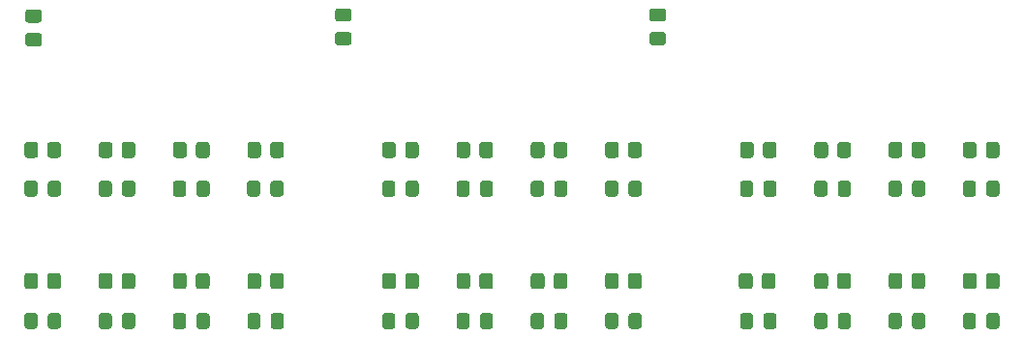
<source format=gtp>
G04 #@! TF.GenerationSoftware,KiCad,Pcbnew,(5.1.9)-1*
G04 #@! TF.CreationDate,2021-10-24T09:52:52-04:00*
G04 #@! TF.ProjectId,microcode,6d696372-6f63-46f6-9465-2e6b69636164,1.0*
G04 #@! TF.SameCoordinates,Original*
G04 #@! TF.FileFunction,Paste,Top*
G04 #@! TF.FilePolarity,Positive*
%FSLAX46Y46*%
G04 Gerber Fmt 4.6, Leading zero omitted, Abs format (unit mm)*
G04 Created by KiCad (PCBNEW (5.1.9)-1) date 2021-10-24 09:52:52*
%MOMM*%
%LPD*%
G01*
G04 APERTURE LIST*
G04 APERTURE END LIST*
G36*
G01*
X174400000Y-117550001D02*
X174400000Y-116649999D01*
G75*
G02*
X174649999Y-116400000I249999J0D01*
G01*
X175350001Y-116400000D01*
G75*
G02*
X175600000Y-116649999I0J-249999D01*
G01*
X175600000Y-117550001D01*
G75*
G02*
X175350001Y-117800000I-249999J0D01*
G01*
X174649999Y-117800000D01*
G75*
G02*
X174400000Y-117550001I0J249999D01*
G01*
G37*
G36*
G01*
X172400000Y-117550001D02*
X172400000Y-116649999D01*
G75*
G02*
X172649999Y-116400000I249999J0D01*
G01*
X173350001Y-116400000D01*
G75*
G02*
X173600000Y-116649999I0J-249999D01*
G01*
X173600000Y-117550001D01*
G75*
G02*
X173350001Y-117800000I-249999J0D01*
G01*
X172649999Y-117800000D01*
G75*
G02*
X172400000Y-117550001I0J249999D01*
G01*
G37*
G36*
G01*
X167900000Y-117550001D02*
X167900000Y-116649999D01*
G75*
G02*
X168149999Y-116400000I249999J0D01*
G01*
X168850001Y-116400000D01*
G75*
G02*
X169100000Y-116649999I0J-249999D01*
G01*
X169100000Y-117550001D01*
G75*
G02*
X168850001Y-117800000I-249999J0D01*
G01*
X168149999Y-117800000D01*
G75*
G02*
X167900000Y-117550001I0J249999D01*
G01*
G37*
G36*
G01*
X165900000Y-117550001D02*
X165900000Y-116649999D01*
G75*
G02*
X166149999Y-116400000I249999J0D01*
G01*
X166850001Y-116400000D01*
G75*
G02*
X167100000Y-116649999I0J-249999D01*
G01*
X167100000Y-117550001D01*
G75*
G02*
X166850001Y-117800000I-249999J0D01*
G01*
X166149999Y-117800000D01*
G75*
G02*
X165900000Y-117550001I0J249999D01*
G01*
G37*
G36*
G01*
X161400000Y-117550001D02*
X161400000Y-116649999D01*
G75*
G02*
X161649999Y-116400000I249999J0D01*
G01*
X162350001Y-116400000D01*
G75*
G02*
X162600000Y-116649999I0J-249999D01*
G01*
X162600000Y-117550001D01*
G75*
G02*
X162350001Y-117800000I-249999J0D01*
G01*
X161649999Y-117800000D01*
G75*
G02*
X161400000Y-117550001I0J249999D01*
G01*
G37*
G36*
G01*
X159400000Y-117550001D02*
X159400000Y-116649999D01*
G75*
G02*
X159649999Y-116400000I249999J0D01*
G01*
X160350001Y-116400000D01*
G75*
G02*
X160600000Y-116649999I0J-249999D01*
G01*
X160600000Y-117550001D01*
G75*
G02*
X160350001Y-117800000I-249999J0D01*
G01*
X159649999Y-117800000D01*
G75*
G02*
X159400000Y-117550001I0J249999D01*
G01*
G37*
G36*
G01*
X154800000Y-117550001D02*
X154800000Y-116649999D01*
G75*
G02*
X155049999Y-116400000I249999J0D01*
G01*
X155750001Y-116400000D01*
G75*
G02*
X156000000Y-116649999I0J-249999D01*
G01*
X156000000Y-117550001D01*
G75*
G02*
X155750001Y-117800000I-249999J0D01*
G01*
X155049999Y-117800000D01*
G75*
G02*
X154800000Y-117550001I0J249999D01*
G01*
G37*
G36*
G01*
X152800000Y-117550001D02*
X152800000Y-116649999D01*
G75*
G02*
X153049999Y-116400000I249999J0D01*
G01*
X153750001Y-116400000D01*
G75*
G02*
X154000000Y-116649999I0J-249999D01*
G01*
X154000000Y-117550001D01*
G75*
G02*
X153750001Y-117800000I-249999J0D01*
G01*
X153049999Y-117800000D01*
G75*
G02*
X152800000Y-117550001I0J249999D01*
G01*
G37*
G36*
G01*
X174400000Y-106050001D02*
X174400000Y-105149999D01*
G75*
G02*
X174649999Y-104900000I249999J0D01*
G01*
X175350001Y-104900000D01*
G75*
G02*
X175600000Y-105149999I0J-249999D01*
G01*
X175600000Y-106050001D01*
G75*
G02*
X175350001Y-106300000I-249999J0D01*
G01*
X174649999Y-106300000D01*
G75*
G02*
X174400000Y-106050001I0J249999D01*
G01*
G37*
G36*
G01*
X172400000Y-106050001D02*
X172400000Y-105149999D01*
G75*
G02*
X172649999Y-104900000I249999J0D01*
G01*
X173350001Y-104900000D01*
G75*
G02*
X173600000Y-105149999I0J-249999D01*
G01*
X173600000Y-106050001D01*
G75*
G02*
X173350001Y-106300000I-249999J0D01*
G01*
X172649999Y-106300000D01*
G75*
G02*
X172400000Y-106050001I0J249999D01*
G01*
G37*
G36*
G01*
X167900000Y-106050001D02*
X167900000Y-105149999D01*
G75*
G02*
X168149999Y-104900000I249999J0D01*
G01*
X168850001Y-104900000D01*
G75*
G02*
X169100000Y-105149999I0J-249999D01*
G01*
X169100000Y-106050001D01*
G75*
G02*
X168850001Y-106300000I-249999J0D01*
G01*
X168149999Y-106300000D01*
G75*
G02*
X167900000Y-106050001I0J249999D01*
G01*
G37*
G36*
G01*
X165900000Y-106050001D02*
X165900000Y-105149999D01*
G75*
G02*
X166149999Y-104900000I249999J0D01*
G01*
X166850001Y-104900000D01*
G75*
G02*
X167100000Y-105149999I0J-249999D01*
G01*
X167100000Y-106050001D01*
G75*
G02*
X166850001Y-106300000I-249999J0D01*
G01*
X166149999Y-106300000D01*
G75*
G02*
X165900000Y-106050001I0J249999D01*
G01*
G37*
G36*
G01*
X161400000Y-106050001D02*
X161400000Y-105149999D01*
G75*
G02*
X161649999Y-104900000I249999J0D01*
G01*
X162350001Y-104900000D01*
G75*
G02*
X162600000Y-105149999I0J-249999D01*
G01*
X162600000Y-106050001D01*
G75*
G02*
X162350001Y-106300000I-249999J0D01*
G01*
X161649999Y-106300000D01*
G75*
G02*
X161400000Y-106050001I0J249999D01*
G01*
G37*
G36*
G01*
X159400000Y-106050001D02*
X159400000Y-105149999D01*
G75*
G02*
X159649999Y-104900000I249999J0D01*
G01*
X160350001Y-104900000D01*
G75*
G02*
X160600000Y-105149999I0J-249999D01*
G01*
X160600000Y-106050001D01*
G75*
G02*
X160350001Y-106300000I-249999J0D01*
G01*
X159649999Y-106300000D01*
G75*
G02*
X159400000Y-106050001I0J249999D01*
G01*
G37*
G36*
G01*
X154900000Y-106050001D02*
X154900000Y-105149999D01*
G75*
G02*
X155149999Y-104900000I249999J0D01*
G01*
X155850001Y-104900000D01*
G75*
G02*
X156100000Y-105149999I0J-249999D01*
G01*
X156100000Y-106050001D01*
G75*
G02*
X155850001Y-106300000I-249999J0D01*
G01*
X155149999Y-106300000D01*
G75*
G02*
X154900000Y-106050001I0J249999D01*
G01*
G37*
G36*
G01*
X152900000Y-106050001D02*
X152900000Y-105149999D01*
G75*
G02*
X153149999Y-104900000I249999J0D01*
G01*
X153850001Y-104900000D01*
G75*
G02*
X154100000Y-105149999I0J-249999D01*
G01*
X154100000Y-106050001D01*
G75*
G02*
X153850001Y-106300000I-249999J0D01*
G01*
X153149999Y-106300000D01*
G75*
G02*
X152900000Y-106050001I0J249999D01*
G01*
G37*
G36*
G01*
X143100000Y-117550001D02*
X143100000Y-116649999D01*
G75*
G02*
X143349999Y-116400000I249999J0D01*
G01*
X144050001Y-116400000D01*
G75*
G02*
X144300000Y-116649999I0J-249999D01*
G01*
X144300000Y-117550001D01*
G75*
G02*
X144050001Y-117800000I-249999J0D01*
G01*
X143349999Y-117800000D01*
G75*
G02*
X143100000Y-117550001I0J249999D01*
G01*
G37*
G36*
G01*
X141100000Y-117550001D02*
X141100000Y-116649999D01*
G75*
G02*
X141349999Y-116400000I249999J0D01*
G01*
X142050001Y-116400000D01*
G75*
G02*
X142300000Y-116649999I0J-249999D01*
G01*
X142300000Y-117550001D01*
G75*
G02*
X142050001Y-117800000I-249999J0D01*
G01*
X141349999Y-117800000D01*
G75*
G02*
X141100000Y-117550001I0J249999D01*
G01*
G37*
G36*
G01*
X136600000Y-117550001D02*
X136600000Y-116649999D01*
G75*
G02*
X136849999Y-116400000I249999J0D01*
G01*
X137550001Y-116400000D01*
G75*
G02*
X137800000Y-116649999I0J-249999D01*
G01*
X137800000Y-117550001D01*
G75*
G02*
X137550001Y-117800000I-249999J0D01*
G01*
X136849999Y-117800000D01*
G75*
G02*
X136600000Y-117550001I0J249999D01*
G01*
G37*
G36*
G01*
X134600000Y-117550001D02*
X134600000Y-116649999D01*
G75*
G02*
X134849999Y-116400000I249999J0D01*
G01*
X135550001Y-116400000D01*
G75*
G02*
X135800000Y-116649999I0J-249999D01*
G01*
X135800000Y-117550001D01*
G75*
G02*
X135550001Y-117800000I-249999J0D01*
G01*
X134849999Y-117800000D01*
G75*
G02*
X134600000Y-117550001I0J249999D01*
G01*
G37*
G36*
G01*
X130100000Y-117550001D02*
X130100000Y-116649999D01*
G75*
G02*
X130349999Y-116400000I249999J0D01*
G01*
X131050001Y-116400000D01*
G75*
G02*
X131300000Y-116649999I0J-249999D01*
G01*
X131300000Y-117550001D01*
G75*
G02*
X131050001Y-117800000I-249999J0D01*
G01*
X130349999Y-117800000D01*
G75*
G02*
X130100000Y-117550001I0J249999D01*
G01*
G37*
G36*
G01*
X128100000Y-117550001D02*
X128100000Y-116649999D01*
G75*
G02*
X128349999Y-116400000I249999J0D01*
G01*
X129050001Y-116400000D01*
G75*
G02*
X129300000Y-116649999I0J-249999D01*
G01*
X129300000Y-117550001D01*
G75*
G02*
X129050001Y-117800000I-249999J0D01*
G01*
X128349999Y-117800000D01*
G75*
G02*
X128100000Y-117550001I0J249999D01*
G01*
G37*
G36*
G01*
X123600000Y-117550001D02*
X123600000Y-116649999D01*
G75*
G02*
X123849999Y-116400000I249999J0D01*
G01*
X124550001Y-116400000D01*
G75*
G02*
X124800000Y-116649999I0J-249999D01*
G01*
X124800000Y-117550001D01*
G75*
G02*
X124550001Y-117800000I-249999J0D01*
G01*
X123849999Y-117800000D01*
G75*
G02*
X123600000Y-117550001I0J249999D01*
G01*
G37*
G36*
G01*
X121600000Y-117550001D02*
X121600000Y-116649999D01*
G75*
G02*
X121849999Y-116400000I249999J0D01*
G01*
X122550001Y-116400000D01*
G75*
G02*
X122800000Y-116649999I0J-249999D01*
G01*
X122800000Y-117550001D01*
G75*
G02*
X122550001Y-117800000I-249999J0D01*
G01*
X121849999Y-117800000D01*
G75*
G02*
X121600000Y-117550001I0J249999D01*
G01*
G37*
G36*
G01*
X143100000Y-106050001D02*
X143100000Y-105149999D01*
G75*
G02*
X143349999Y-104900000I249999J0D01*
G01*
X144050001Y-104900000D01*
G75*
G02*
X144300000Y-105149999I0J-249999D01*
G01*
X144300000Y-106050001D01*
G75*
G02*
X144050001Y-106300000I-249999J0D01*
G01*
X143349999Y-106300000D01*
G75*
G02*
X143100000Y-106050001I0J249999D01*
G01*
G37*
G36*
G01*
X141100000Y-106050001D02*
X141100000Y-105149999D01*
G75*
G02*
X141349999Y-104900000I249999J0D01*
G01*
X142050001Y-104900000D01*
G75*
G02*
X142300000Y-105149999I0J-249999D01*
G01*
X142300000Y-106050001D01*
G75*
G02*
X142050001Y-106300000I-249999J0D01*
G01*
X141349999Y-106300000D01*
G75*
G02*
X141100000Y-106050001I0J249999D01*
G01*
G37*
G36*
G01*
X136600000Y-106050001D02*
X136600000Y-105149999D01*
G75*
G02*
X136849999Y-104900000I249999J0D01*
G01*
X137550001Y-104900000D01*
G75*
G02*
X137800000Y-105149999I0J-249999D01*
G01*
X137800000Y-106050001D01*
G75*
G02*
X137550001Y-106300000I-249999J0D01*
G01*
X136849999Y-106300000D01*
G75*
G02*
X136600000Y-106050001I0J249999D01*
G01*
G37*
G36*
G01*
X134600000Y-106050001D02*
X134600000Y-105149999D01*
G75*
G02*
X134849999Y-104900000I249999J0D01*
G01*
X135550001Y-104900000D01*
G75*
G02*
X135800000Y-105149999I0J-249999D01*
G01*
X135800000Y-106050001D01*
G75*
G02*
X135550001Y-106300000I-249999J0D01*
G01*
X134849999Y-106300000D01*
G75*
G02*
X134600000Y-106050001I0J249999D01*
G01*
G37*
G36*
G01*
X130100000Y-106050001D02*
X130100000Y-105149999D01*
G75*
G02*
X130349999Y-104900000I249999J0D01*
G01*
X131050001Y-104900000D01*
G75*
G02*
X131300000Y-105149999I0J-249999D01*
G01*
X131300000Y-106050001D01*
G75*
G02*
X131050001Y-106300000I-249999J0D01*
G01*
X130349999Y-106300000D01*
G75*
G02*
X130100000Y-106050001I0J249999D01*
G01*
G37*
G36*
G01*
X128100000Y-106050001D02*
X128100000Y-105149999D01*
G75*
G02*
X128349999Y-104900000I249999J0D01*
G01*
X129050001Y-104900000D01*
G75*
G02*
X129300000Y-105149999I0J-249999D01*
G01*
X129300000Y-106050001D01*
G75*
G02*
X129050001Y-106300000I-249999J0D01*
G01*
X128349999Y-106300000D01*
G75*
G02*
X128100000Y-106050001I0J249999D01*
G01*
G37*
G36*
G01*
X123600000Y-106050001D02*
X123600000Y-105149999D01*
G75*
G02*
X123849999Y-104900000I249999J0D01*
G01*
X124550001Y-104900000D01*
G75*
G02*
X124800000Y-105149999I0J-249999D01*
G01*
X124800000Y-106050001D01*
G75*
G02*
X124550001Y-106300000I-249999J0D01*
G01*
X123849999Y-106300000D01*
G75*
G02*
X123600000Y-106050001I0J249999D01*
G01*
G37*
G36*
G01*
X121600000Y-106050001D02*
X121600000Y-105149999D01*
G75*
G02*
X121849999Y-104900000I249999J0D01*
G01*
X122550001Y-104900000D01*
G75*
G02*
X122800000Y-105149999I0J-249999D01*
G01*
X122800000Y-106050001D01*
G75*
G02*
X122550001Y-106300000I-249999J0D01*
G01*
X121849999Y-106300000D01*
G75*
G02*
X121600000Y-106050001I0J249999D01*
G01*
G37*
G36*
G01*
X111800000Y-117550001D02*
X111800000Y-116649999D01*
G75*
G02*
X112049999Y-116400000I249999J0D01*
G01*
X112750001Y-116400000D01*
G75*
G02*
X113000000Y-116649999I0J-249999D01*
G01*
X113000000Y-117550001D01*
G75*
G02*
X112750001Y-117800000I-249999J0D01*
G01*
X112049999Y-117800000D01*
G75*
G02*
X111800000Y-117550001I0J249999D01*
G01*
G37*
G36*
G01*
X109800000Y-117550001D02*
X109800000Y-116649999D01*
G75*
G02*
X110049999Y-116400000I249999J0D01*
G01*
X110750001Y-116400000D01*
G75*
G02*
X111000000Y-116649999I0J-249999D01*
G01*
X111000000Y-117550001D01*
G75*
G02*
X110750001Y-117800000I-249999J0D01*
G01*
X110049999Y-117800000D01*
G75*
G02*
X109800000Y-117550001I0J249999D01*
G01*
G37*
G36*
G01*
X105300000Y-117550001D02*
X105300000Y-116649999D01*
G75*
G02*
X105549999Y-116400000I249999J0D01*
G01*
X106250001Y-116400000D01*
G75*
G02*
X106500000Y-116649999I0J-249999D01*
G01*
X106500000Y-117550001D01*
G75*
G02*
X106250001Y-117800000I-249999J0D01*
G01*
X105549999Y-117800000D01*
G75*
G02*
X105300000Y-117550001I0J249999D01*
G01*
G37*
G36*
G01*
X103300000Y-117550001D02*
X103300000Y-116649999D01*
G75*
G02*
X103549999Y-116400000I249999J0D01*
G01*
X104250001Y-116400000D01*
G75*
G02*
X104500000Y-116649999I0J-249999D01*
G01*
X104500000Y-117550001D01*
G75*
G02*
X104250001Y-117800000I-249999J0D01*
G01*
X103549999Y-117800000D01*
G75*
G02*
X103300000Y-117550001I0J249999D01*
G01*
G37*
G36*
G01*
X98800000Y-117550001D02*
X98800000Y-116649999D01*
G75*
G02*
X99049999Y-116400000I249999J0D01*
G01*
X99750001Y-116400000D01*
G75*
G02*
X100000000Y-116649999I0J-249999D01*
G01*
X100000000Y-117550001D01*
G75*
G02*
X99750001Y-117800000I-249999J0D01*
G01*
X99049999Y-117800000D01*
G75*
G02*
X98800000Y-117550001I0J249999D01*
G01*
G37*
G36*
G01*
X96800000Y-117550001D02*
X96800000Y-116649999D01*
G75*
G02*
X97049999Y-116400000I249999J0D01*
G01*
X97750001Y-116400000D01*
G75*
G02*
X98000000Y-116649999I0J-249999D01*
G01*
X98000000Y-117550001D01*
G75*
G02*
X97750001Y-117800000I-249999J0D01*
G01*
X97049999Y-117800000D01*
G75*
G02*
X96800000Y-117550001I0J249999D01*
G01*
G37*
G36*
G01*
X92300000Y-117550001D02*
X92300000Y-116649999D01*
G75*
G02*
X92549999Y-116400000I249999J0D01*
G01*
X93250001Y-116400000D01*
G75*
G02*
X93500000Y-116649999I0J-249999D01*
G01*
X93500000Y-117550001D01*
G75*
G02*
X93250001Y-117800000I-249999J0D01*
G01*
X92549999Y-117800000D01*
G75*
G02*
X92300000Y-117550001I0J249999D01*
G01*
G37*
G36*
G01*
X90300000Y-117550001D02*
X90300000Y-116649999D01*
G75*
G02*
X90549999Y-116400000I249999J0D01*
G01*
X91250001Y-116400000D01*
G75*
G02*
X91500000Y-116649999I0J-249999D01*
G01*
X91500000Y-117550001D01*
G75*
G02*
X91250001Y-117800000I-249999J0D01*
G01*
X90549999Y-117800000D01*
G75*
G02*
X90300000Y-117550001I0J249999D01*
G01*
G37*
G36*
G01*
X111800000Y-106050001D02*
X111800000Y-105149999D01*
G75*
G02*
X112049999Y-104900000I249999J0D01*
G01*
X112750001Y-104900000D01*
G75*
G02*
X113000000Y-105149999I0J-249999D01*
G01*
X113000000Y-106050001D01*
G75*
G02*
X112750001Y-106300000I-249999J0D01*
G01*
X112049999Y-106300000D01*
G75*
G02*
X111800000Y-106050001I0J249999D01*
G01*
G37*
G36*
G01*
X109800000Y-106050001D02*
X109800000Y-105149999D01*
G75*
G02*
X110049999Y-104900000I249999J0D01*
G01*
X110750001Y-104900000D01*
G75*
G02*
X111000000Y-105149999I0J-249999D01*
G01*
X111000000Y-106050001D01*
G75*
G02*
X110750001Y-106300000I-249999J0D01*
G01*
X110049999Y-106300000D01*
G75*
G02*
X109800000Y-106050001I0J249999D01*
G01*
G37*
G36*
G01*
X105300000Y-106050001D02*
X105300000Y-105149999D01*
G75*
G02*
X105549999Y-104900000I249999J0D01*
G01*
X106250001Y-104900000D01*
G75*
G02*
X106500000Y-105149999I0J-249999D01*
G01*
X106500000Y-106050001D01*
G75*
G02*
X106250001Y-106300000I-249999J0D01*
G01*
X105549999Y-106300000D01*
G75*
G02*
X105300000Y-106050001I0J249999D01*
G01*
G37*
G36*
G01*
X103300000Y-106050001D02*
X103300000Y-105149999D01*
G75*
G02*
X103549999Y-104900000I249999J0D01*
G01*
X104250001Y-104900000D01*
G75*
G02*
X104500000Y-105149999I0J-249999D01*
G01*
X104500000Y-106050001D01*
G75*
G02*
X104250001Y-106300000I-249999J0D01*
G01*
X103549999Y-106300000D01*
G75*
G02*
X103300000Y-106050001I0J249999D01*
G01*
G37*
G36*
G01*
X98800000Y-106050001D02*
X98800000Y-105149999D01*
G75*
G02*
X99049999Y-104900000I249999J0D01*
G01*
X99750001Y-104900000D01*
G75*
G02*
X100000000Y-105149999I0J-249999D01*
G01*
X100000000Y-106050001D01*
G75*
G02*
X99750001Y-106300000I-249999J0D01*
G01*
X99049999Y-106300000D01*
G75*
G02*
X98800000Y-106050001I0J249999D01*
G01*
G37*
G36*
G01*
X96800000Y-106050001D02*
X96800000Y-105149999D01*
G75*
G02*
X97049999Y-104900000I249999J0D01*
G01*
X97750001Y-104900000D01*
G75*
G02*
X98000000Y-105149999I0J-249999D01*
G01*
X98000000Y-106050001D01*
G75*
G02*
X97750001Y-106300000I-249999J0D01*
G01*
X97049999Y-106300000D01*
G75*
G02*
X96800000Y-106050001I0J249999D01*
G01*
G37*
G36*
G01*
X92300000Y-106050001D02*
X92300000Y-105149999D01*
G75*
G02*
X92549999Y-104900000I249999J0D01*
G01*
X93250001Y-104900000D01*
G75*
G02*
X93500000Y-105149999I0J-249999D01*
G01*
X93500000Y-106050001D01*
G75*
G02*
X93250001Y-106300000I-249999J0D01*
G01*
X92549999Y-106300000D01*
G75*
G02*
X92300000Y-106050001I0J249999D01*
G01*
G37*
G36*
G01*
X90300000Y-106050001D02*
X90300000Y-105149999D01*
G75*
G02*
X90549999Y-104900000I249999J0D01*
G01*
X91250001Y-104900000D01*
G75*
G02*
X91500000Y-105149999I0J-249999D01*
G01*
X91500000Y-106050001D01*
G75*
G02*
X91250001Y-106300000I-249999J0D01*
G01*
X90549999Y-106300000D01*
G75*
G02*
X90300000Y-106050001I0J249999D01*
G01*
G37*
G36*
G01*
X174450000Y-121050001D02*
X174450000Y-120149999D01*
G75*
G02*
X174699999Y-119900000I249999J0D01*
G01*
X175350001Y-119900000D01*
G75*
G02*
X175600000Y-120149999I0J-249999D01*
G01*
X175600000Y-121050001D01*
G75*
G02*
X175350001Y-121300000I-249999J0D01*
G01*
X174699999Y-121300000D01*
G75*
G02*
X174450000Y-121050001I0J249999D01*
G01*
G37*
G36*
G01*
X172400000Y-121050001D02*
X172400000Y-120149999D01*
G75*
G02*
X172649999Y-119900000I249999J0D01*
G01*
X173300001Y-119900000D01*
G75*
G02*
X173550000Y-120149999I0J-249999D01*
G01*
X173550000Y-121050001D01*
G75*
G02*
X173300001Y-121300000I-249999J0D01*
G01*
X172649999Y-121300000D01*
G75*
G02*
X172400000Y-121050001I0J249999D01*
G01*
G37*
G36*
G01*
X167950000Y-121050001D02*
X167950000Y-120149999D01*
G75*
G02*
X168199999Y-119900000I249999J0D01*
G01*
X168850001Y-119900000D01*
G75*
G02*
X169100000Y-120149999I0J-249999D01*
G01*
X169100000Y-121050001D01*
G75*
G02*
X168850001Y-121300000I-249999J0D01*
G01*
X168199999Y-121300000D01*
G75*
G02*
X167950000Y-121050001I0J249999D01*
G01*
G37*
G36*
G01*
X165900000Y-121050001D02*
X165900000Y-120149999D01*
G75*
G02*
X166149999Y-119900000I249999J0D01*
G01*
X166800001Y-119900000D01*
G75*
G02*
X167050000Y-120149999I0J-249999D01*
G01*
X167050000Y-121050001D01*
G75*
G02*
X166800001Y-121300000I-249999J0D01*
G01*
X166149999Y-121300000D01*
G75*
G02*
X165900000Y-121050001I0J249999D01*
G01*
G37*
G36*
G01*
X161450000Y-121050001D02*
X161450000Y-120149999D01*
G75*
G02*
X161699999Y-119900000I249999J0D01*
G01*
X162350001Y-119900000D01*
G75*
G02*
X162600000Y-120149999I0J-249999D01*
G01*
X162600000Y-121050001D01*
G75*
G02*
X162350001Y-121300000I-249999J0D01*
G01*
X161699999Y-121300000D01*
G75*
G02*
X161450000Y-121050001I0J249999D01*
G01*
G37*
G36*
G01*
X159400000Y-121050001D02*
X159400000Y-120149999D01*
G75*
G02*
X159649999Y-119900000I249999J0D01*
G01*
X160300001Y-119900000D01*
G75*
G02*
X160550000Y-120149999I0J-249999D01*
G01*
X160550000Y-121050001D01*
G75*
G02*
X160300001Y-121300000I-249999J0D01*
G01*
X159649999Y-121300000D01*
G75*
G02*
X159400000Y-121050001I0J249999D01*
G01*
G37*
G36*
G01*
X154950000Y-121050001D02*
X154950000Y-120149999D01*
G75*
G02*
X155199999Y-119900000I249999J0D01*
G01*
X155850001Y-119900000D01*
G75*
G02*
X156100000Y-120149999I0J-249999D01*
G01*
X156100000Y-121050001D01*
G75*
G02*
X155850001Y-121300000I-249999J0D01*
G01*
X155199999Y-121300000D01*
G75*
G02*
X154950000Y-121050001I0J249999D01*
G01*
G37*
G36*
G01*
X152900000Y-121050001D02*
X152900000Y-120149999D01*
G75*
G02*
X153149999Y-119900000I249999J0D01*
G01*
X153800001Y-119900000D01*
G75*
G02*
X154050000Y-120149999I0J-249999D01*
G01*
X154050000Y-121050001D01*
G75*
G02*
X153800001Y-121300000I-249999J0D01*
G01*
X153149999Y-121300000D01*
G75*
G02*
X152900000Y-121050001I0J249999D01*
G01*
G37*
G36*
G01*
X174450000Y-109450001D02*
X174450000Y-108549999D01*
G75*
G02*
X174699999Y-108300000I249999J0D01*
G01*
X175350001Y-108300000D01*
G75*
G02*
X175600000Y-108549999I0J-249999D01*
G01*
X175600000Y-109450001D01*
G75*
G02*
X175350001Y-109700000I-249999J0D01*
G01*
X174699999Y-109700000D01*
G75*
G02*
X174450000Y-109450001I0J249999D01*
G01*
G37*
G36*
G01*
X172400000Y-109450001D02*
X172400000Y-108549999D01*
G75*
G02*
X172649999Y-108300000I249999J0D01*
G01*
X173300001Y-108300000D01*
G75*
G02*
X173550000Y-108549999I0J-249999D01*
G01*
X173550000Y-109450001D01*
G75*
G02*
X173300001Y-109700000I-249999J0D01*
G01*
X172649999Y-109700000D01*
G75*
G02*
X172400000Y-109450001I0J249999D01*
G01*
G37*
G36*
G01*
X167950000Y-109450001D02*
X167950000Y-108549999D01*
G75*
G02*
X168199999Y-108300000I249999J0D01*
G01*
X168850001Y-108300000D01*
G75*
G02*
X169100000Y-108549999I0J-249999D01*
G01*
X169100000Y-109450001D01*
G75*
G02*
X168850001Y-109700000I-249999J0D01*
G01*
X168199999Y-109700000D01*
G75*
G02*
X167950000Y-109450001I0J249999D01*
G01*
G37*
G36*
G01*
X165900000Y-109450001D02*
X165900000Y-108549999D01*
G75*
G02*
X166149999Y-108300000I249999J0D01*
G01*
X166800001Y-108300000D01*
G75*
G02*
X167050000Y-108549999I0J-249999D01*
G01*
X167050000Y-109450001D01*
G75*
G02*
X166800001Y-109700000I-249999J0D01*
G01*
X166149999Y-109700000D01*
G75*
G02*
X165900000Y-109450001I0J249999D01*
G01*
G37*
G36*
G01*
X161450000Y-109450001D02*
X161450000Y-108549999D01*
G75*
G02*
X161699999Y-108300000I249999J0D01*
G01*
X162350001Y-108300000D01*
G75*
G02*
X162600000Y-108549999I0J-249999D01*
G01*
X162600000Y-109450001D01*
G75*
G02*
X162350001Y-109700000I-249999J0D01*
G01*
X161699999Y-109700000D01*
G75*
G02*
X161450000Y-109450001I0J249999D01*
G01*
G37*
G36*
G01*
X159400000Y-109450001D02*
X159400000Y-108549999D01*
G75*
G02*
X159649999Y-108300000I249999J0D01*
G01*
X160300001Y-108300000D01*
G75*
G02*
X160550000Y-108549999I0J-249999D01*
G01*
X160550000Y-109450001D01*
G75*
G02*
X160300001Y-109700000I-249999J0D01*
G01*
X159649999Y-109700000D01*
G75*
G02*
X159400000Y-109450001I0J249999D01*
G01*
G37*
G36*
G01*
X154950000Y-109450001D02*
X154950000Y-108549999D01*
G75*
G02*
X155199999Y-108300000I249999J0D01*
G01*
X155850001Y-108300000D01*
G75*
G02*
X156100000Y-108549999I0J-249999D01*
G01*
X156100000Y-109450001D01*
G75*
G02*
X155850001Y-109700000I-249999J0D01*
G01*
X155199999Y-109700000D01*
G75*
G02*
X154950000Y-109450001I0J249999D01*
G01*
G37*
G36*
G01*
X152900000Y-109450001D02*
X152900000Y-108549999D01*
G75*
G02*
X153149999Y-108300000I249999J0D01*
G01*
X153800001Y-108300000D01*
G75*
G02*
X154050000Y-108549999I0J-249999D01*
G01*
X154050000Y-109450001D01*
G75*
G02*
X153800001Y-109700000I-249999J0D01*
G01*
X153149999Y-109700000D01*
G75*
G02*
X152900000Y-109450001I0J249999D01*
G01*
G37*
G36*
G01*
X143150000Y-121050001D02*
X143150000Y-120149999D01*
G75*
G02*
X143399999Y-119900000I249999J0D01*
G01*
X144050001Y-119900000D01*
G75*
G02*
X144300000Y-120149999I0J-249999D01*
G01*
X144300000Y-121050001D01*
G75*
G02*
X144050001Y-121300000I-249999J0D01*
G01*
X143399999Y-121300000D01*
G75*
G02*
X143150000Y-121050001I0J249999D01*
G01*
G37*
G36*
G01*
X141100000Y-121050001D02*
X141100000Y-120149999D01*
G75*
G02*
X141349999Y-119900000I249999J0D01*
G01*
X142000001Y-119900000D01*
G75*
G02*
X142250000Y-120149999I0J-249999D01*
G01*
X142250000Y-121050001D01*
G75*
G02*
X142000001Y-121300000I-249999J0D01*
G01*
X141349999Y-121300000D01*
G75*
G02*
X141100000Y-121050001I0J249999D01*
G01*
G37*
G36*
G01*
X136650000Y-121050001D02*
X136650000Y-120149999D01*
G75*
G02*
X136899999Y-119900000I249999J0D01*
G01*
X137550001Y-119900000D01*
G75*
G02*
X137800000Y-120149999I0J-249999D01*
G01*
X137800000Y-121050001D01*
G75*
G02*
X137550001Y-121300000I-249999J0D01*
G01*
X136899999Y-121300000D01*
G75*
G02*
X136650000Y-121050001I0J249999D01*
G01*
G37*
G36*
G01*
X134600000Y-121050001D02*
X134600000Y-120149999D01*
G75*
G02*
X134849999Y-119900000I249999J0D01*
G01*
X135500001Y-119900000D01*
G75*
G02*
X135750000Y-120149999I0J-249999D01*
G01*
X135750000Y-121050001D01*
G75*
G02*
X135500001Y-121300000I-249999J0D01*
G01*
X134849999Y-121300000D01*
G75*
G02*
X134600000Y-121050001I0J249999D01*
G01*
G37*
G36*
G01*
X130150000Y-121050001D02*
X130150000Y-120149999D01*
G75*
G02*
X130399999Y-119900000I249999J0D01*
G01*
X131050001Y-119900000D01*
G75*
G02*
X131300000Y-120149999I0J-249999D01*
G01*
X131300000Y-121050001D01*
G75*
G02*
X131050001Y-121300000I-249999J0D01*
G01*
X130399999Y-121300000D01*
G75*
G02*
X130150000Y-121050001I0J249999D01*
G01*
G37*
G36*
G01*
X128100000Y-121050001D02*
X128100000Y-120149999D01*
G75*
G02*
X128349999Y-119900000I249999J0D01*
G01*
X129000001Y-119900000D01*
G75*
G02*
X129250000Y-120149999I0J-249999D01*
G01*
X129250000Y-121050001D01*
G75*
G02*
X129000001Y-121300000I-249999J0D01*
G01*
X128349999Y-121300000D01*
G75*
G02*
X128100000Y-121050001I0J249999D01*
G01*
G37*
G36*
G01*
X123650000Y-121050001D02*
X123650000Y-120149999D01*
G75*
G02*
X123899999Y-119900000I249999J0D01*
G01*
X124550001Y-119900000D01*
G75*
G02*
X124800000Y-120149999I0J-249999D01*
G01*
X124800000Y-121050001D01*
G75*
G02*
X124550001Y-121300000I-249999J0D01*
G01*
X123899999Y-121300000D01*
G75*
G02*
X123650000Y-121050001I0J249999D01*
G01*
G37*
G36*
G01*
X121600000Y-121050001D02*
X121600000Y-120149999D01*
G75*
G02*
X121849999Y-119900000I249999J0D01*
G01*
X122500001Y-119900000D01*
G75*
G02*
X122750000Y-120149999I0J-249999D01*
G01*
X122750000Y-121050001D01*
G75*
G02*
X122500001Y-121300000I-249999J0D01*
G01*
X121849999Y-121300000D01*
G75*
G02*
X121600000Y-121050001I0J249999D01*
G01*
G37*
G36*
G01*
X143150000Y-109450001D02*
X143150000Y-108549999D01*
G75*
G02*
X143399999Y-108300000I249999J0D01*
G01*
X144050001Y-108300000D01*
G75*
G02*
X144300000Y-108549999I0J-249999D01*
G01*
X144300000Y-109450001D01*
G75*
G02*
X144050001Y-109700000I-249999J0D01*
G01*
X143399999Y-109700000D01*
G75*
G02*
X143150000Y-109450001I0J249999D01*
G01*
G37*
G36*
G01*
X141100000Y-109450001D02*
X141100000Y-108549999D01*
G75*
G02*
X141349999Y-108300000I249999J0D01*
G01*
X142000001Y-108300000D01*
G75*
G02*
X142250000Y-108549999I0J-249999D01*
G01*
X142250000Y-109450001D01*
G75*
G02*
X142000001Y-109700000I-249999J0D01*
G01*
X141349999Y-109700000D01*
G75*
G02*
X141100000Y-109450001I0J249999D01*
G01*
G37*
G36*
G01*
X136650000Y-109450001D02*
X136650000Y-108549999D01*
G75*
G02*
X136899999Y-108300000I249999J0D01*
G01*
X137550001Y-108300000D01*
G75*
G02*
X137800000Y-108549999I0J-249999D01*
G01*
X137800000Y-109450001D01*
G75*
G02*
X137550001Y-109700000I-249999J0D01*
G01*
X136899999Y-109700000D01*
G75*
G02*
X136650000Y-109450001I0J249999D01*
G01*
G37*
G36*
G01*
X134600000Y-109450001D02*
X134600000Y-108549999D01*
G75*
G02*
X134849999Y-108300000I249999J0D01*
G01*
X135500001Y-108300000D01*
G75*
G02*
X135750000Y-108549999I0J-249999D01*
G01*
X135750000Y-109450001D01*
G75*
G02*
X135500001Y-109700000I-249999J0D01*
G01*
X134849999Y-109700000D01*
G75*
G02*
X134600000Y-109450001I0J249999D01*
G01*
G37*
G36*
G01*
X130150000Y-109450001D02*
X130150000Y-108549999D01*
G75*
G02*
X130399999Y-108300000I249999J0D01*
G01*
X131050001Y-108300000D01*
G75*
G02*
X131300000Y-108549999I0J-249999D01*
G01*
X131300000Y-109450001D01*
G75*
G02*
X131050001Y-109700000I-249999J0D01*
G01*
X130399999Y-109700000D01*
G75*
G02*
X130150000Y-109450001I0J249999D01*
G01*
G37*
G36*
G01*
X128100000Y-109450001D02*
X128100000Y-108549999D01*
G75*
G02*
X128349999Y-108300000I249999J0D01*
G01*
X129000001Y-108300000D01*
G75*
G02*
X129250000Y-108549999I0J-249999D01*
G01*
X129250000Y-109450001D01*
G75*
G02*
X129000001Y-109700000I-249999J0D01*
G01*
X128349999Y-109700000D01*
G75*
G02*
X128100000Y-109450001I0J249999D01*
G01*
G37*
G36*
G01*
X123650000Y-109450001D02*
X123650000Y-108549999D01*
G75*
G02*
X123899999Y-108300000I249999J0D01*
G01*
X124550001Y-108300000D01*
G75*
G02*
X124800000Y-108549999I0J-249999D01*
G01*
X124800000Y-109450001D01*
G75*
G02*
X124550001Y-109700000I-249999J0D01*
G01*
X123899999Y-109700000D01*
G75*
G02*
X123650000Y-109450001I0J249999D01*
G01*
G37*
G36*
G01*
X121600000Y-109450001D02*
X121600000Y-108549999D01*
G75*
G02*
X121849999Y-108300000I249999J0D01*
G01*
X122500001Y-108300000D01*
G75*
G02*
X122750000Y-108549999I0J-249999D01*
G01*
X122750000Y-109450001D01*
G75*
G02*
X122500001Y-109700000I-249999J0D01*
G01*
X121849999Y-109700000D01*
G75*
G02*
X121600000Y-109450001I0J249999D01*
G01*
G37*
G36*
G01*
X111850000Y-121050001D02*
X111850000Y-120149999D01*
G75*
G02*
X112099999Y-119900000I249999J0D01*
G01*
X112750001Y-119900000D01*
G75*
G02*
X113000000Y-120149999I0J-249999D01*
G01*
X113000000Y-121050001D01*
G75*
G02*
X112750001Y-121300000I-249999J0D01*
G01*
X112099999Y-121300000D01*
G75*
G02*
X111850000Y-121050001I0J249999D01*
G01*
G37*
G36*
G01*
X109800000Y-121050001D02*
X109800000Y-120149999D01*
G75*
G02*
X110049999Y-119900000I249999J0D01*
G01*
X110700001Y-119900000D01*
G75*
G02*
X110950000Y-120149999I0J-249999D01*
G01*
X110950000Y-121050001D01*
G75*
G02*
X110700001Y-121300000I-249999J0D01*
G01*
X110049999Y-121300000D01*
G75*
G02*
X109800000Y-121050001I0J249999D01*
G01*
G37*
G36*
G01*
X105350000Y-121050001D02*
X105350000Y-120149999D01*
G75*
G02*
X105599999Y-119900000I249999J0D01*
G01*
X106250001Y-119900000D01*
G75*
G02*
X106500000Y-120149999I0J-249999D01*
G01*
X106500000Y-121050001D01*
G75*
G02*
X106250001Y-121300000I-249999J0D01*
G01*
X105599999Y-121300000D01*
G75*
G02*
X105350000Y-121050001I0J249999D01*
G01*
G37*
G36*
G01*
X103300000Y-121050001D02*
X103300000Y-120149999D01*
G75*
G02*
X103549999Y-119900000I249999J0D01*
G01*
X104200001Y-119900000D01*
G75*
G02*
X104450000Y-120149999I0J-249999D01*
G01*
X104450000Y-121050001D01*
G75*
G02*
X104200001Y-121300000I-249999J0D01*
G01*
X103549999Y-121300000D01*
G75*
G02*
X103300000Y-121050001I0J249999D01*
G01*
G37*
G36*
G01*
X98850000Y-121050001D02*
X98850000Y-120149999D01*
G75*
G02*
X99099999Y-119900000I249999J0D01*
G01*
X99750001Y-119900000D01*
G75*
G02*
X100000000Y-120149999I0J-249999D01*
G01*
X100000000Y-121050001D01*
G75*
G02*
X99750001Y-121300000I-249999J0D01*
G01*
X99099999Y-121300000D01*
G75*
G02*
X98850000Y-121050001I0J249999D01*
G01*
G37*
G36*
G01*
X96800000Y-121050001D02*
X96800000Y-120149999D01*
G75*
G02*
X97049999Y-119900000I249999J0D01*
G01*
X97700001Y-119900000D01*
G75*
G02*
X97950000Y-120149999I0J-249999D01*
G01*
X97950000Y-121050001D01*
G75*
G02*
X97700001Y-121300000I-249999J0D01*
G01*
X97049999Y-121300000D01*
G75*
G02*
X96800000Y-121050001I0J249999D01*
G01*
G37*
G36*
G01*
X92350000Y-121050001D02*
X92350000Y-120149999D01*
G75*
G02*
X92599999Y-119900000I249999J0D01*
G01*
X93250001Y-119900000D01*
G75*
G02*
X93500000Y-120149999I0J-249999D01*
G01*
X93500000Y-121050001D01*
G75*
G02*
X93250001Y-121300000I-249999J0D01*
G01*
X92599999Y-121300000D01*
G75*
G02*
X92350000Y-121050001I0J249999D01*
G01*
G37*
G36*
G01*
X90300000Y-121050001D02*
X90300000Y-120149999D01*
G75*
G02*
X90549999Y-119900000I249999J0D01*
G01*
X91200001Y-119900000D01*
G75*
G02*
X91450000Y-120149999I0J-249999D01*
G01*
X91450000Y-121050001D01*
G75*
G02*
X91200001Y-121300000I-249999J0D01*
G01*
X90549999Y-121300000D01*
G75*
G02*
X90300000Y-121050001I0J249999D01*
G01*
G37*
G36*
G01*
X111825000Y-109450001D02*
X111825000Y-108549999D01*
G75*
G02*
X112074999Y-108300000I249999J0D01*
G01*
X112725001Y-108300000D01*
G75*
G02*
X112975000Y-108549999I0J-249999D01*
G01*
X112975000Y-109450001D01*
G75*
G02*
X112725001Y-109700000I-249999J0D01*
G01*
X112074999Y-109700000D01*
G75*
G02*
X111825000Y-109450001I0J249999D01*
G01*
G37*
G36*
G01*
X109775000Y-109450001D02*
X109775000Y-108549999D01*
G75*
G02*
X110024999Y-108300000I249999J0D01*
G01*
X110675001Y-108300000D01*
G75*
G02*
X110925000Y-108549999I0J-249999D01*
G01*
X110925000Y-109450001D01*
G75*
G02*
X110675001Y-109700000I-249999J0D01*
G01*
X110024999Y-109700000D01*
G75*
G02*
X109775000Y-109450001I0J249999D01*
G01*
G37*
G36*
G01*
X105350000Y-109450001D02*
X105350000Y-108549999D01*
G75*
G02*
X105599999Y-108300000I249999J0D01*
G01*
X106250001Y-108300000D01*
G75*
G02*
X106500000Y-108549999I0J-249999D01*
G01*
X106500000Y-109450001D01*
G75*
G02*
X106250001Y-109700000I-249999J0D01*
G01*
X105599999Y-109700000D01*
G75*
G02*
X105350000Y-109450001I0J249999D01*
G01*
G37*
G36*
G01*
X103300000Y-109450001D02*
X103300000Y-108549999D01*
G75*
G02*
X103549999Y-108300000I249999J0D01*
G01*
X104200001Y-108300000D01*
G75*
G02*
X104450000Y-108549999I0J-249999D01*
G01*
X104450000Y-109450001D01*
G75*
G02*
X104200001Y-109700000I-249999J0D01*
G01*
X103549999Y-109700000D01*
G75*
G02*
X103300000Y-109450001I0J249999D01*
G01*
G37*
G36*
G01*
X98850000Y-109450001D02*
X98850000Y-108549999D01*
G75*
G02*
X99099999Y-108300000I249999J0D01*
G01*
X99750001Y-108300000D01*
G75*
G02*
X100000000Y-108549999I0J-249999D01*
G01*
X100000000Y-109450001D01*
G75*
G02*
X99750001Y-109700000I-249999J0D01*
G01*
X99099999Y-109700000D01*
G75*
G02*
X98850000Y-109450001I0J249999D01*
G01*
G37*
G36*
G01*
X96800000Y-109450001D02*
X96800000Y-108549999D01*
G75*
G02*
X97049999Y-108300000I249999J0D01*
G01*
X97700001Y-108300000D01*
G75*
G02*
X97950000Y-108549999I0J-249999D01*
G01*
X97950000Y-109450001D01*
G75*
G02*
X97700001Y-109700000I-249999J0D01*
G01*
X97049999Y-109700000D01*
G75*
G02*
X96800000Y-109450001I0J249999D01*
G01*
G37*
G36*
G01*
X92350000Y-109450001D02*
X92350000Y-108549999D01*
G75*
G02*
X92599999Y-108300000I249999J0D01*
G01*
X93250001Y-108300000D01*
G75*
G02*
X93500000Y-108549999I0J-249999D01*
G01*
X93500000Y-109450001D01*
G75*
G02*
X93250001Y-109700000I-249999J0D01*
G01*
X92599999Y-109700000D01*
G75*
G02*
X92350000Y-109450001I0J249999D01*
G01*
G37*
G36*
G01*
X90300000Y-109450001D02*
X90300000Y-108549999D01*
G75*
G02*
X90549999Y-108300000I249999J0D01*
G01*
X91200001Y-108300000D01*
G75*
G02*
X91450000Y-108549999I0J-249999D01*
G01*
X91450000Y-109450001D01*
G75*
G02*
X91200001Y-109700000I-249999J0D01*
G01*
X90549999Y-109700000D01*
G75*
G02*
X90300000Y-109450001I0J249999D01*
G01*
G37*
G36*
G01*
X146175000Y-94350000D02*
X145225000Y-94350000D01*
G75*
G02*
X144975000Y-94100000I0J250000D01*
G01*
X144975000Y-93425000D01*
G75*
G02*
X145225000Y-93175000I250000J0D01*
G01*
X146175000Y-93175000D01*
G75*
G02*
X146425000Y-93425000I0J-250000D01*
G01*
X146425000Y-94100000D01*
G75*
G02*
X146175000Y-94350000I-250000J0D01*
G01*
G37*
G36*
G01*
X146175000Y-96425000D02*
X145225000Y-96425000D01*
G75*
G02*
X144975000Y-96175000I0J250000D01*
G01*
X144975000Y-95500000D01*
G75*
G02*
X145225000Y-95250000I250000J0D01*
G01*
X146175000Y-95250000D01*
G75*
G02*
X146425000Y-95500000I0J-250000D01*
G01*
X146425000Y-96175000D01*
G75*
G02*
X146175000Y-96425000I-250000J0D01*
G01*
G37*
G36*
G01*
X118675000Y-94350000D02*
X117725000Y-94350000D01*
G75*
G02*
X117475000Y-94100000I0J250000D01*
G01*
X117475000Y-93425000D01*
G75*
G02*
X117725000Y-93175000I250000J0D01*
G01*
X118675000Y-93175000D01*
G75*
G02*
X118925000Y-93425000I0J-250000D01*
G01*
X118925000Y-94100000D01*
G75*
G02*
X118675000Y-94350000I-250000J0D01*
G01*
G37*
G36*
G01*
X118675000Y-96425000D02*
X117725000Y-96425000D01*
G75*
G02*
X117475000Y-96175000I0J250000D01*
G01*
X117475000Y-95500000D01*
G75*
G02*
X117725000Y-95250000I250000J0D01*
G01*
X118675000Y-95250000D01*
G75*
G02*
X118925000Y-95500000I0J-250000D01*
G01*
X118925000Y-96175000D01*
G75*
G02*
X118675000Y-96425000I-250000J0D01*
G01*
G37*
G36*
G01*
X91575000Y-94450000D02*
X90625000Y-94450000D01*
G75*
G02*
X90375000Y-94200000I0J250000D01*
G01*
X90375000Y-93525000D01*
G75*
G02*
X90625000Y-93275000I250000J0D01*
G01*
X91575000Y-93275000D01*
G75*
G02*
X91825000Y-93525000I0J-250000D01*
G01*
X91825000Y-94200000D01*
G75*
G02*
X91575000Y-94450000I-250000J0D01*
G01*
G37*
G36*
G01*
X91575000Y-96525000D02*
X90625000Y-96525000D01*
G75*
G02*
X90375000Y-96275000I0J250000D01*
G01*
X90375000Y-95600000D01*
G75*
G02*
X90625000Y-95350000I250000J0D01*
G01*
X91575000Y-95350000D01*
G75*
G02*
X91825000Y-95600000I0J-250000D01*
G01*
X91825000Y-96275000D01*
G75*
G02*
X91575000Y-96525000I-250000J0D01*
G01*
G37*
M02*

</source>
